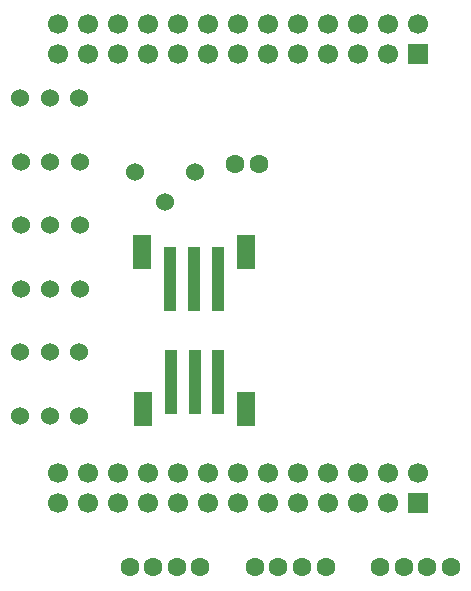
<source format=gts>
G04 #@! TF.GenerationSoftware,KiCad,Pcbnew,7.0.5-0*
G04 #@! TF.CreationDate,2024-12-03T11:17:58-08:00*
G04 #@! TF.ProjectId,MilkVHat,4d696c6b-5648-4617-942e-6b696361645f,rev?*
G04 #@! TF.SameCoordinates,PX5f5e100PY5f5e100*
G04 #@! TF.FileFunction,Soldermask,Top*
G04 #@! TF.FilePolarity,Negative*
%FSLAX46Y46*%
G04 Gerber Fmt 4.6, Leading zero omitted, Abs format (unit mm)*
G04 Created by KiCad (PCBNEW 7.0.5-0) date 2024-12-03 11:17:58*
%MOMM*%
%LPD*%
G01*
G04 APERTURE LIST*
%ADD10C,1.600000*%
%ADD11R,1.000000X5.500000*%
%ADD12R,1.600000X3.000000*%
%ADD13C,1.524003*%
%ADD14R,1.700000X1.700000*%
%ADD15C,1.700000*%
G04 APERTURE END LIST*
D10*
X39675000Y2699999D03*
X37675000Y2699999D03*
X35675000Y2699999D03*
X33675000Y2699999D03*
X18475000Y2699999D03*
X16475000Y2699999D03*
X14475000Y2699999D03*
X12475000Y2699999D03*
X29075000Y2699999D03*
X27075000Y2699999D03*
X25075000Y2699999D03*
X23075000Y2699999D03*
D11*
X19974975Y18387019D03*
X17975000Y18385495D03*
X15974975Y18385495D03*
D12*
X13574924Y16137083D03*
X22375025Y16137083D03*
D13*
X8250000Y26250000D03*
X5749873Y26250000D03*
X3250000Y26250000D03*
D10*
X23400000Y36900000D03*
X21400000Y36900000D03*
D13*
X8220130Y20918503D03*
X5720003Y20918503D03*
X3220130Y20918503D03*
X8220130Y42418503D03*
X5720003Y42418503D03*
X3220130Y42418503D03*
D11*
X15925025Y27137541D03*
X17925000Y27139065D03*
X19925025Y27139065D03*
D12*
X22325076Y29387477D03*
X13524975Y29387477D03*
D13*
X8225000Y15500000D03*
X5724873Y15500000D03*
X3225000Y15500000D03*
X8250000Y37000000D03*
X5749873Y37000000D03*
X3250000Y37000000D03*
X18000000Y36149999D03*
X15459995Y33609993D03*
X12919990Y36149999D03*
X8250000Y31668503D03*
X5749873Y31668503D03*
X3250000Y31668503D03*
D14*
X36940030Y46179997D03*
D15*
X36940030Y48720003D03*
X34400025Y46179997D03*
X34400025Y48720003D03*
X31860020Y46179997D03*
X31860020Y48720003D03*
X29320015Y46179997D03*
X29320015Y48720003D03*
X26780010Y46179997D03*
X26780010Y48720003D03*
X24240005Y46179997D03*
X24240005Y48720003D03*
X21700000Y46179997D03*
X21700000Y48720003D03*
X19159995Y46179997D03*
X19159995Y48720003D03*
X16619990Y46179997D03*
X16619990Y48720003D03*
X14079985Y46179997D03*
X14079985Y48720003D03*
X11539980Y46179997D03*
X11539980Y48720003D03*
X8999975Y46179997D03*
X8999975Y48720003D03*
X6459970Y46179997D03*
X6459970Y48720003D03*
D14*
X36940030Y8129997D03*
D15*
X36940030Y10670003D03*
X34400025Y8129997D03*
X34400025Y10670003D03*
X31860020Y8129997D03*
X31860020Y10670003D03*
X29320015Y8129997D03*
X29320015Y10670003D03*
X26780010Y8129997D03*
X26780010Y10670003D03*
X24240005Y8129997D03*
X24240005Y10670003D03*
X21700000Y8129997D03*
X21700000Y10670003D03*
X19159995Y8129997D03*
X19159995Y10670003D03*
X16619990Y8129997D03*
X16619990Y10670003D03*
X14079985Y8129997D03*
X14079985Y10670003D03*
X11539980Y8129997D03*
X11539980Y10670003D03*
X8999975Y8129997D03*
X8999975Y10670003D03*
X6459970Y8129997D03*
X6459970Y10670003D03*
M02*

</source>
